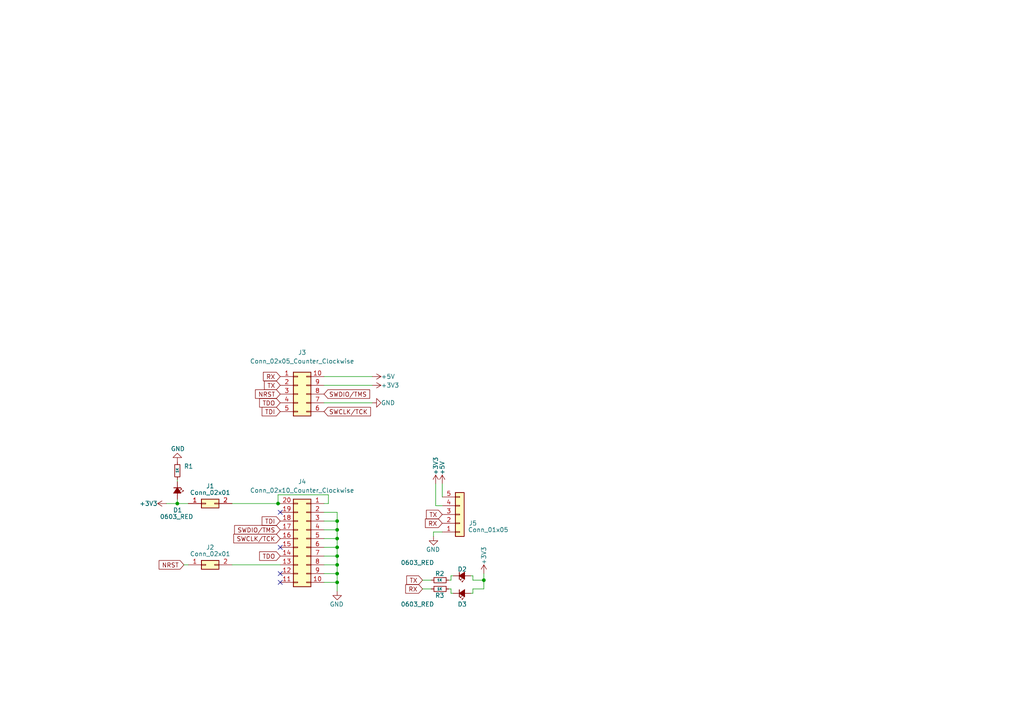
<source format=kicad_sch>
(kicad_sch (version 20211123) (generator eeschema)
  (paper "A4")
  (lib_symbols
    (symbol "Connector_Generic:Conn_01x05" (pin_names (offset 1.016) hide)
      (property "Reference" "J" (at 0 7.62 0))
      (property "Value" "Conn_01x05" (at 0 -7.62 0))
      (symbol "Conn_01x05_1_1"
        (rectangle (start -1.27 -4.953) (end 0 -5.207) (stroke (width 0.1524)))
        (rectangle (start -1.27 -2.413) (end 0 -2.667) (stroke (width 0.1524)))
        (rectangle (start -1.27 0.127) (end 0 -0.127) (stroke (width 0.1524)))
        (rectangle (start -1.27 2.667) (end 0 2.413) (stroke (width 0.1524)))
        (rectangle (start -1.27 5.207) (end 0 4.953) (stroke (width 0.1524)))
        (rectangle (start -1.27 6.35) (end 1.27 -6.35) (stroke (width 0.254)) (fill (type background)))
        (pin passive line (at -5.08 5.08 0) (length 3.81) (name "Pin_1") (number "1"))
        (pin passive line (at -5.08 2.54 0) (length 3.81) (name "Pin_2") (number "2"))
        (pin passive line (at -5.08 0 0) (length 3.81) (name "Pin_3") (number "3"))
        (pin passive line (at -5.08 -2.54 0) (length 3.81) (name "Pin_4") (number "4"))
        (pin passive line (at -5.08 -5.08 0) (length 3.81) (name "Pin_5") (number "5"))
      )
    )
    (symbol "Connector_Generic:Conn_02x01" (pin_names (offset 1.016) hide)
      (property "Reference" "J" (at 1.27 2.54 0))
      (property "Value" "Conn_02x01" (at 1.27 -2.54 0))
      (symbol "Conn_02x01_1_1"
        (rectangle (start -1.27 0.127) (end 0 -0.127) (stroke (width 0.1524)))
        (rectangle (start -1.27 1.27) (end 3.81 -1.27) (stroke (width 0.254)) (fill (type background)))
        (rectangle (start 3.81 0.127) (end 2.54 -0.127) (stroke (width 0.1524)))
        (pin passive line (at -5.08 0 0) (length 3.81) (name "Pin_1") (number "1"))
        (pin passive line (at 7.62 0 180) (length 3.81) (name "Pin_2") (number "2"))
      )
    )
    (symbol "Connector_Generic:Conn_02x05_Counter_Clockwise" (pin_names (offset 1.016) hide)
      (property "Reference" "J" (at 1.27 7.62 0))
      (property "Value" "Conn_02x05_Counter_Clockwise" (at 1.27 -7.62 0))
      (symbol "Conn_02x05_Counter_Clockwise_1_1"
        (rectangle (start -1.27 -4.953) (end 0 -5.207) (stroke (width 0.1524)))
        (rectangle (start -1.27 -2.413) (end 0 -2.667) (stroke (width 0.1524)))
        (rectangle (start -1.27 0.127) (end 0 -0.127) (stroke (width 0.1524)))
        (rectangle (start -1.27 2.667) (end 0 2.413) (stroke (width 0.1524)))
        (rectangle (start -1.27 5.207) (end 0 4.953) (stroke (width 0.1524)))
        (rectangle (start -1.27 6.35) (end 3.81 -6.35) (stroke (width 0.254)) (fill (type background)))
        (rectangle (start 3.81 -4.953) (end 2.54 -5.207) (stroke (width 0.1524)))
        (rectangle (start 3.81 -2.413) (end 2.54 -2.667) (stroke (width 0.1524)))
        (rectangle (start 3.81 0.127) (end 2.54 -0.127) (stroke (width 0.1524)))
        (rectangle (start 3.81 2.667) (end 2.54 2.413) (stroke (width 0.1524)))
        (rectangle (start 3.81 5.207) (end 2.54 4.953) (stroke (width 0.1524)))
        (pin passive line (at -5.08 5.08 0) (length 3.81) (name "Pin_1") (number "1"))
        (pin passive line (at 7.62 5.08 180) (length 3.81) (name "Pin_10") (number "10"))
        (pin passive line (at -5.08 2.54 0) (length 3.81) (name "Pin_2") (number "2"))
        (pin passive line (at -5.08 0 0) (length 3.81) (name "Pin_3") (number "3"))
        (pin passive line (at -5.08 -2.54 0) (length 3.81) (name "Pin_4") (number "4"))
        (pin passive line (at -5.08 -5.08 0) (length 3.81) (name "Pin_5") (number "5"))
        (pin passive line (at 7.62 -5.08 180) (length 3.81) (name "Pin_6") (number "6"))
        (pin passive line (at 7.62 -2.54 180) (length 3.81) (name "Pin_7") (number "7"))
        (pin passive line (at 7.62 0 180) (length 3.81) (name "Pin_8") (number "8"))
        (pin passive line (at 7.62 2.54 180) (length 3.81) (name "Pin_9") (number "9"))
      )
    )
    (symbol "Connector_Generic:Conn_02x10_Counter_Clockwise" (pin_names (offset 1.016) hide)
      (property "Reference" "J" (at 1.27 12.7 0))
      (property "Value" "Conn_02x10_Counter_Clockwise" (at 1.27 -15.24 0))
      (symbol "Conn_02x10_Counter_Clockwise_1_1"
        (rectangle (start -1.27 -12.573) (end 0 -12.827) (stroke (width 0.1524)))
        (rectangle (start -1.27 -10.033) (end 0 -10.287) (stroke (width 0.1524)))
        (rectangle (start -1.27 -7.493) (end 0 -7.747) (stroke (width 0.1524)))
        (rectangle (start -1.27 -4.953) (end 0 -5.207) (stroke (width 0.1524)))
        (rectangle (start -1.27 -2.413) (end 0 -2.667) (stroke (width 0.1524)))
        (rectangle (start -1.27 0.127) (end 0 -0.127) (stroke (width 0.1524)))
        (rectangle (start -1.27 2.667) (end 0 2.413) (stroke (width 0.1524)))
        (rectangle (start -1.27 5.207) (end 0 4.953) (stroke (width 0.1524)))
        (rectangle (start -1.27 7.747) (end 0 7.493) (stroke (width 0.1524)))
        (rectangle (start -1.27 10.287) (end 0 10.033) (stroke (width 0.1524)))
        (rectangle (start -1.27 11.43) (end 3.81 -13.97) (stroke (width 0.254)) (fill (type background)))
        (rectangle (start 3.81 -12.573) (end 2.54 -12.827) (stroke (width 0.1524)))
        (rectangle (start 3.81 -10.033) (end 2.54 -10.287) (stroke (width 0.1524)))
        (rectangle (start 3.81 -7.493) (end 2.54 -7.747) (stroke (width 0.1524)))
        (rectangle (start 3.81 -4.953) (end 2.54 -5.207) (stroke (width 0.1524)))
        (rectangle (start 3.81 -2.413) (end 2.54 -2.667) (stroke (width 0.1524)))
        (rectangle (start 3.81 0.127) (end 2.54 -0.127) (stroke (width 0.1524)))
        (rectangle (start 3.81 2.667) (end 2.54 2.413) (stroke (width 0.1524)))
        (rectangle (start 3.81 5.207) (end 2.54 4.953) (stroke (width 0.1524)))
        (rectangle (start 3.81 7.747) (end 2.54 7.493) (stroke (width 0.1524)))
        (rectangle (start 3.81 10.287) (end 2.54 10.033) (stroke (width 0.1524)))
        (pin passive line (at -5.08 10.16 0) (length 3.81) (name "Pin_1") (number "1"))
        (pin passive line (at -5.08 -12.7 0) (length 3.81) (name "Pin_10") (number "10"))
        (pin passive line (at 7.62 -12.7 180) (length 3.81) (name "Pin_11") (number "11"))
        (pin passive line (at 7.62 -10.16 180) (length 3.81) (name "Pin_12") (number "12"))
        (pin passive line (at 7.62 -7.62 180) (length 3.81) (name "Pin_13") (number "13"))
        (pin passive line (at 7.62 -5.08 180) (length 3.81) (name "Pin_14") (number "14"))
        (pin passive line (at 7.62 -2.54 180) (length 3.81) (name "Pin_15") (number "15"))
        (pin passive line (at 7.62 0 180) (length 3.81) (name "Pin_16") (number "16"))
        (pin passive line (at 7.62 2.54 180) (length 3.81) (name "Pin_17") (number "17"))
        (pin passive line (at 7.62 5.08 180) (length 3.81) (name "Pin_18") (number "18"))
        (pin passive line (at 7.62 7.62 180) (length 3.81) (name "Pin_19") (number "19"))
        (pin passive line (at -5.08 7.62 0) (length 3.81) (name "Pin_2") (number "2"))
        (pin passive line (at 7.62 10.16 180) (length 3.81) (name "Pin_20") (number "20"))
        (pin passive line (at -5.08 5.08 0) (length 3.81) (name "Pin_3") (number "3"))
        (pin passive line (at -5.08 2.54 0) (length 3.81) (name "Pin_4") (number "4"))
        (pin passive line (at -5.08 0 0) (length 3.81) (name "Pin_5") (number "5"))
        (pin passive line (at -5.08 -2.54 0) (length 3.81) (name "Pin_6") (number "6"))
        (pin passive line (at -5.08 -5.08 0) (length 3.81) (name "Pin_7") (number "7"))
        (pin passive line (at -5.08 -7.62 0) (length 3.81) (name "Pin_8") (number "8"))
        (pin passive line (at -5.08 -10.16 0) (length 3.81) (name "Pin_9") (number "9"))
      )
    )
    (symbol "Device:LED_Small_Filled" (pin_numbers hide) (pin_names (offset 0.254) hide)
      (property "Reference" "D" (at -1.27 3.175 0))
      (property "Value" "LED_Small_Filled" (at -4.445 -2.54 0))
      (symbol "LED_Small_Filled_0_1"
        (polyline (pts (xy -0.762 -1.016) (xy -0.762 1.016)) (stroke (width 0.254)))
        (polyline (pts (xy 1.016 0) (xy -0.762 0)))
        (polyline (pts (xy 0.762 -1.016) (xy -0.762 0) (xy 0.762 1.016) (xy 0.762 -1.016)) (stroke (width 0.254)) (fill (type outline)))
        (polyline (pts (xy 0 0.762) (xy -0.508 1.27) (xy -0.254 1.27) (xy -0.508 1.27) (xy -0.508 1.016)))
        (polyline (pts (xy 0.508 1.27) (xy 0 1.778) (xy 0.254 1.778) (xy 0 1.778) (xy 0 1.524)))
      )
      (symbol "LED_Small_Filled_1_1"
        (pin passive line (at -2.54 0 0) (length 1.778) (name "K") (number "1"))
        (pin passive line (at 2.54 0 180) (length 1.778) (name "A") (number "2"))
      )
    )
    (symbol "Device:R_Small" (pin_numbers hide) (pin_names (offset 0.254) hide)
      (property "Reference" "R" (at 0.762 0.508 0))
      (property "Value" "R_Small" (at 0.762 -1.016 0))
      (symbol "R_Small_0_1"
        (rectangle (start -0.762 1.778) (end 0.762 -1.778) (stroke (width 0.2032)))
      )
      (symbol "R_Small_1_1"
        (pin passive line (at 0 2.54 270) (length 0.762) (name "~") (number "1"))
        (pin passive line (at 0 -2.54 90) (length 0.762) (name "~") (number "2"))
      )
    )
    (symbol "power:+3V3" (power) (pin_names (offset 0))
      (property "Value" "+3V3" (at 0 3.556 0))
      (symbol "+3V3_0_1"
        (polyline (pts (xy -0.762 1.27) (xy 0 2.54)))
        (polyline (pts (xy 0 0) (xy 0 2.54)))
        (polyline (pts (xy 0 2.54) (xy 0.762 1.27)))
      )
      (symbol "+3V3_1_1"
        (pin power_in line (at 0 0 90) (length 0) hide (name "+3V3") (number "1"))
      )
    )
    (symbol "power:+5V" (power) (pin_names (offset 0))
      (property "Value" "+5V" (at 0 3.556 0))
      (symbol "+5V_0_1"
        (polyline (pts (xy -0.762 1.27) (xy 0 2.54)))
        (polyline (pts (xy 0 0) (xy 0 2.54)))
        (polyline (pts (xy 0 2.54) (xy 0.762 1.27)))
      )
      (symbol "+5V_1_1"
        (pin power_in line (at 0 0 90) (length 0) hide (name "+5V") (number "1"))
      )
    )
    (symbol "power:GND" (power) (pin_names (offset 0))
      (property "Value" "GND" (at 0 -3.81 0))
      (symbol "GND_0_1"
        (polyline (pts (xy 0 0) (xy 0 -1.27) (xy 1.27 -1.27) (xy 0 -2.54) (xy -1.27 -1.27) (xy 0 -1.27)))
      )
      (symbol "GND_1_1"
        (pin power_in line (at 0 0 270) (length 0) hide (name "GND") (number "1"))
      )
    )
  )
  (junction (at 97.79 161.29))
  (junction (at 80.645 146.05))
  (junction (at 97.79 166.37))
  (junction (at 97.79 156.21))
  (junction (at 97.79 153.67))
  (junction (at 140.335 168.275))
  (junction (at 97.79 151.13))
  (junction (at 97.79 168.91))
  (junction (at 97.79 163.83))
  (junction (at 97.79 158.75))
  (junction (at 51.435 146.05))
  (no_connect (at 81.28 168.91))
  (no_connect (at 81.28 166.37))
  (no_connect (at 81.28 158.75))
  (no_connect (at 81.28 148.59))
  (wire (pts (xy 53.34 163.83) (xy 54.61 163.83)))
  (wire (pts (xy 137.16 168.275) (xy 140.335 168.275)))
  (wire (pts (xy 97.79 148.59) (xy 97.79 151.13)))
  (wire (pts (xy 95.25 146.05) (xy 93.98 146.05)))
  (wire (pts (xy 97.79 153.67) (xy 97.79 156.21)))
  (wire (pts (xy 130.81 170.815) (xy 130.81 172.085)))
  (wire (pts (xy 93.98 168.91) (xy 97.79 168.91)))
  (wire (pts (xy 107.95 111.76) (xy 93.98 111.76)))
  (wire (pts (xy 131.445 167.005) (xy 130.81 167.005)))
  (wire (pts (xy 126.365 146.685) (xy 128.27 146.685)))
  (wire (pts (xy 93.98 166.37) (xy 97.79 166.37)))
  (wire (pts (xy 122.555 168.275) (xy 125.095 168.275)))
  (wire (pts (xy 137.16 170.815) (xy 140.335 170.815)))
  (wire (pts (xy 80.645 146.05) (xy 80.645 143.51)))
  (wire (pts (xy 107.95 116.84) (xy 93.98 116.84)))
  (wire (pts (xy 80.645 146.05) (xy 81.28 146.05)))
  (wire (pts (xy 126.365 146.685) (xy 126.365 140.335)))
  (wire (pts (xy 93.98 151.13) (xy 97.79 151.13)))
  (wire (pts (xy 80.645 143.51) (xy 95.25 143.51)))
  (wire (pts (xy 93.98 153.67) (xy 97.79 153.67)))
  (wire (pts (xy 130.175 168.275) (xy 130.81 168.275)))
  (wire (pts (xy 51.435 139.065) (xy 51.435 139.7)))
  (wire (pts (xy 130.81 172.085) (xy 131.445 172.085)))
  (wire (pts (xy 93.98 148.59) (xy 97.79 148.59)))
  (wire (pts (xy 130.175 170.815) (xy 130.81 170.815)))
  (wire (pts (xy 137.16 172.085) (xy 137.16 170.815)))
  (wire (pts (xy 97.79 161.29) (xy 97.79 163.83)))
  (wire (pts (xy 93.98 163.83) (xy 97.79 163.83)))
  (wire (pts (xy 51.435 144.78) (xy 51.435 146.05)))
  (wire (pts (xy 51.435 146.05) (xy 54.61 146.05)))
  (wire (pts (xy 67.31 163.83) (xy 81.28 163.83)))
  (wire (pts (xy 125.73 154.305) (xy 125.73 155.575)))
  (wire (pts (xy 95.25 143.51) (xy 95.25 146.05)))
  (wire (pts (xy 128.27 140.335) (xy 128.27 144.145)))
  (wire (pts (xy 140.335 166.37) (xy 140.335 168.275)))
  (wire (pts (xy 93.98 156.21) (xy 97.79 156.21)))
  (wire (pts (xy 67.31 146.05) (xy 80.645 146.05)))
  (wire (pts (xy 140.335 168.275) (xy 140.335 170.815)))
  (wire (pts (xy 130.81 167.005) (xy 130.81 168.275)))
  (wire (pts (xy 107.95 109.22) (xy 93.98 109.22)))
  (wire (pts (xy 136.525 167.005) (xy 137.16 167.005)))
  (wire (pts (xy 137.16 168.275) (xy 137.16 167.005)))
  (wire (pts (xy 48.26 146.05) (xy 51.435 146.05)))
  (wire (pts (xy 97.79 168.91) (xy 97.79 171.45)))
  (wire (pts (xy 97.79 166.37) (xy 97.79 168.91)))
  (wire (pts (xy 122.555 170.815) (xy 125.095 170.815)))
  (wire (pts (xy 97.79 151.13) (xy 97.79 153.67)))
  (wire (pts (xy 93.98 161.29) (xy 97.79 161.29)))
  (wire (pts (xy 97.79 156.21) (xy 97.79 158.75)))
  (wire (pts (xy 97.79 163.83) (xy 97.79 166.37)))
  (wire (pts (xy 128.27 154.305) (xy 125.73 154.305)))
  (wire (pts (xy 97.79 158.75) (xy 97.79 161.29)))
  (wire (pts (xy 93.98 158.75) (xy 97.79 158.75)))
  (wire (pts (xy 136.525 172.085) (xy 137.16 172.085)))
  (global_label "RX" (shape input) (at 128.27 151.765 180) (property "Intersheet References" "${INTERSHEET_REFS}" (effects hide)))
  (global_label "RX" (shape input) (at 81.28 109.22 180) (property "Intersheet References" "${INTERSHEET_REFS}" (effects hide)))
  (global_label "TDO" (shape input) (at 81.28 161.29 180) (property "Intersheet References" "${INTERSHEET_REFS}" (effects hide)))
  (global_label "TDI" (shape input) (at 81.28 119.38 180) (property "Intersheet References" "${INTERSHEET_REFS}" (effects hide)))
  (global_label "NRST" (shape input) (at 81.28 114.3 180) (property "Intersheet References" "${INTERSHEET_REFS}" (effects hide)))
  (global_label "SWCLK{slash}TCK" (shape input) (at 93.98 119.38 0) (property "Intersheet References" "${INTERSHEET_REFS}" (effects hide)))
  (global_label "RX" (shape input) (at 122.555 170.815 180) (property "Intersheet References" "${INTERSHEET_REFS}" (effects hide)))
  (global_label "TX" (shape input) (at 128.27 149.225 180) (property "Intersheet References" "${INTERSHEET_REFS}" (effects hide)))
  (global_label "NRST" (shape input) (at 53.34 163.83 180) (property "Intersheet References" "${INTERSHEET_REFS}" (effects hide)))
  (global_label "SWCLK{slash}TCK" (shape input) (at 81.28 156.21 180) (property "Intersheet References" "${INTERSHEET_REFS}" (effects hide)))
  (global_label "SWDIO{slash}TMS" (shape input) (at 81.28 153.67 180) (property "Intersheet References" "${INTERSHEET_REFS}" (effects hide)))
  (global_label "TDO" (shape input) (at 81.28 116.84 180) (property "Intersheet References" "${INTERSHEET_REFS}" (effects hide)))
  (global_label "SWDIO{slash}TMS" (shape input) (at 93.98 114.3 0) (property "Intersheet References" "${INTERSHEET_REFS}" (effects hide)))
  (global_label "TX" (shape input) (at 81.28 111.76 180) (property "Intersheet References" "${INTERSHEET_REFS}" (effects hide)))
  (global_label "TX" (shape input) (at 122.555 168.275 180) (property "Intersheet References" "${INTERSHEET_REFS}" (effects hide)))
  (global_label "TDI" (shape input) (at 81.28 151.13 180) (property "Intersheet References" "${INTERSHEET_REFS}" (effects hide)))
  (symbol (lib_id "Device:R_Small") (at 127.635 168.275 90) (unit 1)
    (property "Reference" "R2" (at 128.905 166.37 90) (effects (justify left)))
    (property "Value" "1K" (at 128.27 168.275 90) (effects (font (size 0.7 0.7)) (justify left)))
    (property "Footprint" "Resistor_SMD:R_0603_1608Metric" (effects hide))
  )
  (symbol (lib_id "power:+3V3") (at 107.95 111.76 270) (mirror x) (unit 1)
    (property "Reference" "#PWR0101" (effects hide))
    (property "Value" "+3V3" (at 110.49 111.76 90) (effects (justify left)))
  )
  (symbol (lib_id "Connector_Generic:Conn_02x10_Counter_Clockwise") (at 88.9 156.21 0) (mirror y) (unit 1)
    (property "Reference" "J4" (at 87.63 139.7 0))
    (property "Value" "Conn_02x10_Counter_Clockwise" (at 87.63 142.24 0))
    (property "Footprint" "Shaojie_Custom:2.54_2X10" (effects hide))
  )
  (symbol (lib_id "Connector_Generic:Conn_01x05") (at 133.35 149.225 0) (mirror x) (unit 1)
    (property "Reference" "J5" (at 137.16 151.765 0))
    (property "Value" "Conn_01x05" (at 141.605 153.67 0))
    (property "Footprint" "Connector_PinHeader_2.54mm:PinHeader_1x05_P2.54mm_Vertical" (effects hide))
  )
  (symbol (lib_id "Device:R_Small") (at 51.435 136.525 0) (unit 1)
    (property "Reference" "R1" (at 53.34 135.255 0) (effects (justify left)))
    (property "Value" "1K" (at 51.435 137.16 90) (effects (font (size 0.7 0.7)) (justify left)))
    (property "Footprint" "Resistor_SMD:R_0603_1608Metric" (effects hide))
  )
  (symbol (lib_id "power:+5V") (at 128.27 140.335 0) (unit 1)
    (property "Reference" "#PWR09" (effects hide))
    (property "Value" "+5V" (at 128.27 137.795 90) (effects (justify left)))
  )
  (symbol (lib_id "power:+3V3") (at 126.365 140.335 0) (unit 1)
    (property "Reference" "#PWR08" (effects hide))
    (property "Value" "+3V3" (at 126.365 137.795 90) (effects (justify left)))
  )
  (symbol (lib_id "Connector_Generic:Conn_02x01") (at 59.69 163.83 0) (unit 1)
    (property "Reference" "J2" (at 60.96 158.75 0))
    (property "Value" "Conn_02x01" (at 60.96 160.655 0))
    (property "Footprint" "Connector_PinHeader_2.54mm:PinHeader_2x01_P2.54mm_Vertical" (effects hide))
  )
  (symbol (lib_id "Connector_Generic:Conn_02x05_Counter_Clockwise") (at 86.36 114.3 0) (unit 1)
    (property "Reference" "J3" (at 87.63 102.235 0))
    (property "Value" "Conn_02x05_Counter_Clockwise" (at 87.63 104.775 0))
    (property "Footprint" "Shaojie_Custom:2.54_2X5" (effects hide))
  )
  (symbol (lib_id "Device:R_Small") (at 127.635 170.815 90) (unit 1)
    (property "Reference" "R3" (at 128.905 172.72 90) (effects (justify left)))
    (property "Value" "1K" (at 128.27 170.815 90) (effects (font (size 0.7 0.7)) (justify left)))
    (property "Footprint" "Resistor_SMD:R_0603_1608Metric" (effects hide))
  )
  (symbol (lib_id "power:+3V3") (at 140.335 166.37 0) (unit 1)
    (property "Reference" "#PWR010" (effects hide))
    (property "Value" "+3V3" (at 140.335 163.83 90) (effects (justify left)))
  )
  (symbol (lib_id "Device:LED_Small_Filled") (at 133.985 172.085 0) (mirror x) (unit 1)
    (property "Reference" "D3" (at 132.715 175.26 0) (effects (justify left)))
    (property "Value" "0603_RED" (at 116.205 175.26 0) (effects (justify left)))
    (property "Footprint" "LED_SMD:LED_0603_1608Metric" (effects hide))
  )
  (symbol (lib_id "power:GND") (at 125.73 155.575 0) (unit 1)
    (property "Reference" "#PWR07" (effects hide))
    (property "Value" "GND" (at 127.635 159.385 0) (effects (justify right)))
  )
  (symbol (lib_id "Device:LED_Small_Filled") (at 51.435 142.24 270) (unit 1)
    (property "Reference" "D1" (at 50.165 147.955 90) (effects (justify left)))
    (property "Value" "0603_RED" (at 46.355 149.86 90) (effects (justify left)))
    (property "Footprint" "LED_SMD:LED_0603_1608Metric" (effects hide))
  )
  (symbol (lib_id "power:GND") (at 107.95 116.84 90) (mirror x) (unit 1)
    (property "Reference" "#PWR0102" (effects hide))
    (property "Value" "GND" (at 110.49 116.84 90) (effects (justify right)))
  )
  (symbol (lib_id "power:+3V3") (at 48.26 146.05 90) (mirror x) (unit 1)
    (property "Reference" "#PWR01" (effects hide))
    (property "Value" "+3V3" (at 45.72 146.05 90) (effects (justify left)))
  )
  (symbol (lib_id "Connector_Generic:Conn_02x01") (at 59.69 146.05 0) (unit 1)
    (property "Reference" "J1" (at 60.96 140.97 0))
    (property "Value" "Conn_02x01" (at 60.96 142.875 0))
    (property "Footprint" "Connector_PinHeader_2.54mm:PinHeader_2x01_P2.54mm_Vertical" (effects hide))
  )
  (symbol (lib_id "power:GND") (at 51.435 133.985 180) (unit 1)
    (property "Reference" "#PWR02" (effects hide))
    (property "Value" "GND" (at 49.53 130.175 0) (effects (justify right)))
  )
  (symbol (lib_id "Device:LED_Small_Filled") (at 133.985 167.005 0) (mirror x) (unit 1)
    (property "Reference" "D2" (at 132.715 165.1 0) (effects (justify left)))
    (property "Value" "0603_RED" (at 116.205 163.195 0) (effects (justify left)))
    (property "Footprint" "LED_SMD:LED_0603_1608Metric" (effects hide))
  )
  (symbol (lib_id "power:+5V") (at 107.95 109.22 270) (mirror x) (unit 1)
    (property "Reference" "#PWR0103" (effects hide))
    (property "Value" "+5V" (at 110.49 109.22 90) (effects (justify left)))
  )
  (symbol (lib_id "power:GND") (at 97.79 171.45 0) (unit 1)
    (property "Reference" "#PWR03" (effects hide))
    (property "Value" "GND" (at 99.695 175.26 0) (effects (justify right)))
  )
)
</source>
